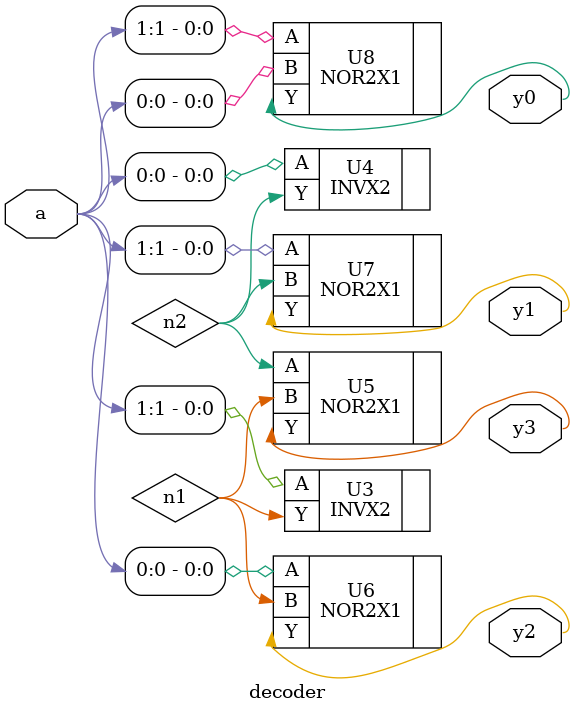
<source format=v>


module decoder (y3 , y2 , y1 , y0 , a );
output y3 ;
output y2 ;
output y1 ;
output y0 ;
input  [1:0] a ;



NOR2X1 U8 (.A ( a[1] ) , .B ( a[0] ) , .Y ( y0 ) ) ;
NOR2X1 U7 (.A ( a[1] ) , .B ( n2 ) , .Y ( y1 ) ) ;
NOR2X1 U6 (.A ( a[0] ) , .B ( n1 ) , .Y ( y2 ) ) ;
NOR2X1 U5 (.A ( n2 ) , .B ( n1 ) , .Y ( y3 ) ) ;
INVX2 U4 (.A ( a[0] ) , .Y ( n2 ) ) ;
INVX2 U3 (.A ( a[1] ) , .Y ( n1 ) ) ;
FILL xofiller_FILL_1 () ;
FILL xofiller_FILL_2 () ;
FILL xofiller_FILL_3 () ;
FILL xofiller_FILL_4 () ;
FILL xofiller_FILL_5 () ;
FILL xofiller_FILL_6 () ;
FILL xofiller_FILL_7 () ;
FILL xofiller_FILL_8 () ;
FILL xofiller_FILL_9 () ;
FILL xofiller_FILL_10 () ;
FILL xofiller_FILL_11 () ;
FILL xofiller_FILL_12 () ;
FILL xofiller_FILL_13 () ;
FILL xofiller_FILL_14 () ;
FILL xofiller_FILL_15 () ;
endmodule



</source>
